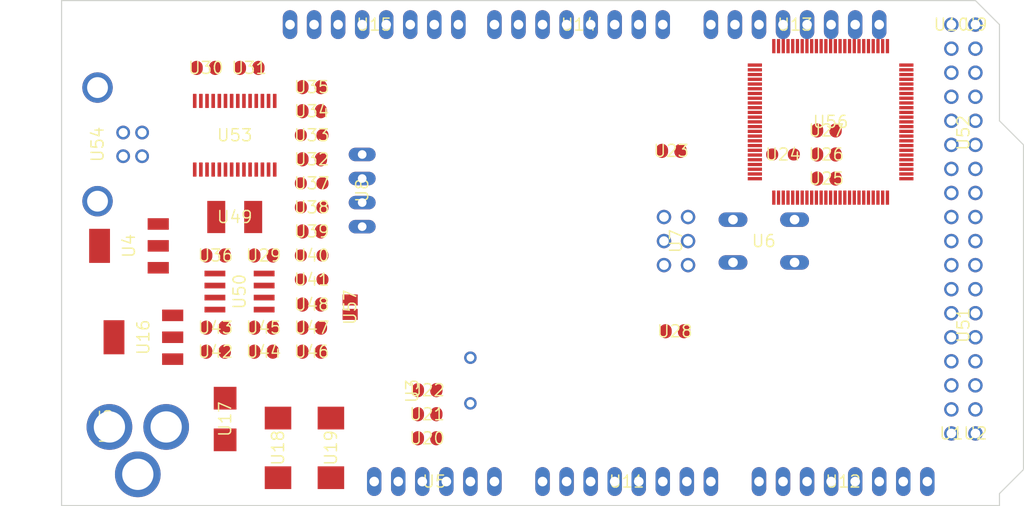
<source format=kicad_pcb>
(kicad_pcb (version 20221018) (generator pcbnew)
  (layers (0 "F.Cu" signal "Top") (31 "B.Cu" signal "Bottom") (34 "B.Paste" user) (35 "F.Paste" user) (36 "B.SilkS" user "B.Silkscreen") (37 "F.SilkS" user "F.Silkscreen") (38 "B.Mask" user) (39 "F.Mask" user) (44 "Edge.Cuts" user))
  (net 0 "")
  (net 1 "+5V")
  (net 2 "GND")
  (net 3 "N$6")
  (net 4 "N$7")
  (net 5 "AREF")
  (net 6 "RESET")
  (net 7 "VIN")
  (net 8 "N$3")
  (net 9 "PWRIN")
  (net 10 "M8RXD")
  (net 11 "M8TXD")
  (net 12 "ADC0")
  (net 13 "ADC2")
  (net 14 "ADC1")
  (net 15 "ADC3")
  (net 16 "ADC4")
  (net 17 "ADC5")
  (net 18 "ADC6")
  (net 19 "ADC7")
  (net 20 "+3V3")
  (net 21 "SDA")
  (net 22 "SCL")
  (net 23 "ADC9")
  (net 24 "ADC8")
  (net 25 "ADC10")
  (net 26 "ADC11")
  (net 27 "ADC12")
  (net 28 "ADC13")
  (net 29 "ADC14")
  (net 30 "ADC15")
  (net 31 "PB3")
  (net 32 "PB2")
  (net 33 "PB1")
  (net 34 "PB5")
  (net 35 "PB4")
  (net 36 "PE5")
  (net 37 "PE4")
  (net 38 "PE3")
  (net 39 "PE1")
  (net 40 "PE0")
  (net 41 "N$15")
  (net 42 "N$53")
  (net 43 "N$54")
  (net 44 "N$55")
  (net 45 "D-")
  (net 46 "D+")
  (net 47 "N$60")
  (net 48 "DTR")
  (net 49 "USBVCC")
  (net 50 "N$2")
  (net 51 "N$4")
  (net 52 "GATE_CMD")
  (net 53 "CMP")
  (net 54 "PB6")
  (net 55 "PH3")
  (net 56 "PH4")
  (net 57 "PH5")
  (net 58 "PH6")
  (net 59 "PG5")
  (net 60 "RXD1")
  (net 61 "TXD1")
  (net 62 "RXD2")
  (net 63 "RXD3")
  (net 64 "TXD2")
  (net 65 "TXD3")
  (net 66 "PC0")
  (net 67 "PC1")
  (net 68 "PC2")
  (net 69 "PC3")
  (net 70 "PC4")
  (net 71 "PC5")
  (net 72 "PC6")
  (net 73 "PC7")
  (net 74 "PB0")
  (net 75 "PG0")
  (net 76 "PG1")
  (net 77 "PG2")
  (net 78 "PD7")
  (net 79 "PA0")
  (net 80 "PA1")
  (net 81 "PA2")
  (net 82 "PA3")
  (net 83 "PA4")
  (net 84 "PA5")
  (net 85 "PA6")
  (net 86 "PA7")
  (net 87 "PL0")
  (net 88 "PL1")
  (net 89 "PL2")
  (net 90 "PL3")
  (net 91 "PL4")
  (net 92 "PL5")
  (net 93 "PL6")
  (net 94 "PL7")
  (net 95 "PB7")
  (net 96 "CTS")
  (net 97 "DSR")
  (net 98 "DCD")
  (net 99 "RI")
  (footprint "Arduino_MEGA_Reference_Design:2X03" (layer "F.Cu") (at 162.5981 103.7336 -90)
    (fp_text reference "U7")
    (fp_text value "")
  )
  (footprint "Arduino_MEGA_Reference_Design:1X08" (layer "F.Cu") (at 152.3111 80.8736 180)
    (fp_text reference "U14")
    (fp_text value "")
  )
  (footprint "Arduino_MEGA_Reference_Design:1X08" (layer "F.Cu") (at 130.7211 80.8736 180)
    (fp_text reference "U15")
    (fp_text value "")
  )
  (footprint "Arduino_MEGA_Reference_Design:SMC_D" (layer "F.Cu") (at 120.5611 125.5776 -90)
    (fp_text reference "U18")
    (fp_text value "")
  )
  (footprint "Arduino_MEGA_Reference_Design:SMC_D" (layer "F.Cu") (at 126.1491 125.5776 -90)
    (fp_text reference "U19")
    (fp_text value "")
  )
  (footprint "Arduino_MEGA_Reference_Design:B3F-10XX" (layer "F.Cu") (at 171.8691 103.7336 180)
    (fp_text reference "U6")
    (fp_text value "")
  )
  (footprint "Arduino_MEGA_Reference_Design:0805RND" (layer "F.Cu") (at 173.9011 94.5896 180)
    (fp_text reference "U24")
    (fp_text value "")
  )
  (footprint "Arduino_MEGA_Reference_Design:SMB" (layer "F.Cu") (at 114.9731 122.5296 -90)
    (fp_text reference "U17")
    (fp_text value "")
  )
  (footprint "Arduino_MEGA_Reference_Design:DC-21MM" (layer "F.Cu") (at 103.0351 123.2916 90)
    (fp_text reference "U55")
    (fp_text value "")
  )
  (footprint "Arduino_MEGA_Reference_Design:HC49_S" (layer "F.Cu") (at 140.8811 118.4656 90)
    (fp_text reference "U3")
    (fp_text value "")
  )
  (footprint "Arduino_MEGA_Reference_Design:SOT223" (layer "F.Cu") (at 106.3371 113.8936 90)
    (fp_text reference "U16")
    (fp_text value "")
  )
  (footprint "Arduino_MEGA_Reference_Design:1X06" (layer "F.Cu") (at 137.0711 129.1336)
    (fp_text reference "U5")
    (fp_text value "")
  )
  (footprint "Arduino_MEGA_Reference_Design:C0805RND" (layer "F.Cu") (at 124.1171 87.4776)
    (fp_text reference "U35")
    (fp_text value "")
  )
  (footprint "Arduino_MEGA_Reference_Design:C0805RND" (layer "F.Cu") (at 162.4711 113.2586)
    (fp_text reference "U28")
    (fp_text value "")
  )
  (footprint "Arduino_MEGA_Reference_Design:C0805RND" (layer "F.Cu") (at 136.3091 122.0216)
    (fp_text reference "U21")
    (fp_text value "")
  )
  (footprint "Arduino_MEGA_Reference_Design:C0805RND" (layer "F.Cu") (at 136.3091 119.4816)
    (fp_text reference "U22")
    (fp_text value "")
  )
  (footprint "Arduino_MEGA_Reference_Design:C0805RND" (layer "F.Cu") (at 113.9571 112.8776)
    (fp_text reference "U43")
    (fp_text value "")
  )
  (footprint "Arduino_MEGA_Reference_Design:RCL_0805RND" (layer "F.Cu") (at 124.1171 105.2576)
    (fp_text reference "U40")
    (fp_text value "")
  )
  (footprint "Arduino_MEGA_Reference_Design:RCL_0805RND" (layer "F.Cu") (at 124.1171 107.7976)
    (fp_text reference "U41")
    (fp_text value "")
  )
  (footprint "Arduino_MEGA_Reference_Design:1X08" (layer "F.Cu") (at 157.3911 129.1336)
    (fp_text reference "U11")
    (fp_text value "")
  )
  (footprint "Arduino_MEGA_Reference_Design:1X08" (layer "F.Cu") (at 175.1711 80.8736 180)
    (fp_text reference "U13")
    (fp_text value "")
  )
  (footprint "Arduino_MEGA_Reference_Design:R0805RND" (layer "F.Cu") (at 178.4731 94.5896 180)
    (fp_text reference "U26")
    (fp_text value "")
  )
  (footprint "Arduino_MEGA_Reference_Design:R0805RND" (layer "F.Cu") (at 178.4731 92.0496 180)
    (fp_text reference "U27")
    (fp_text value "")
  )
  (footprint "Arduino_MEGA_Reference_Design:TQFP100" (layer "F.Cu") (at 178.92559814453125 91.14759826660156 0)
    (fp_text reference "U56")
    (fp_text value "")
  )
  (footprint "Arduino_MEGA_Reference_Design:C0805RND" (layer "F.Cu") (at 162.0901 94.2086 180)
    (fp_text reference "U23")
    (fp_text value "")
  )
  (footprint "Arduino_MEGA_Reference_Design:C0805RND" (layer "F.Cu") (at 136.3091 124.5616)
    (fp_text reference "U20")
    (fp_text value "")
  )
  (footprint "Arduino_MEGA_Reference_Design:1X08" (layer "F.Cu") (at 180.2511 129.1336)
    (fp_text reference "U12")
    (fp_text value "")
  )
  (footprint "Arduino_MEGA_Reference_Design:R0805RND" (layer "F.Cu") (at 124.1171 112.8776)
    (fp_text reference "U47")
    (fp_text value "")
  )
  (footprint "Arduino_MEGA_Reference_Design:C0805RND" (layer "F.Cu") (at 124.1171 115.4176)
    (fp_text reference "U46")
    (fp_text value "")
  )
  (footprint "Arduino_MEGA_Reference_Design:C0805RND" (layer "F.Cu") (at 113.9571 105.2576)
    (fp_text reference "U36")
    (fp_text value "")
  )
  (footprint "Arduino_MEGA_Reference_Design:C0805RND" (layer "F.Cu") (at 112.9411 85.4456)
    (fp_text reference "U30")
    (fp_text value "")
  )
  (footprint "Arduino_MEGA_Reference_Design:0805RND" (layer "F.Cu") (at 124.1171 100.1776 180)
    (fp_text reference "U38")
    (fp_text value "")
  )
  (footprint "Arduino_MEGA_Reference_Design:0805RND" (layer "F.Cu") (at 124.1171 97.6376 180)
    (fp_text reference "U37")
    (fp_text value "")
  )
  (footprint "Arduino_MEGA_Reference_Design:R0805RND" (layer "F.Cu") (at 124.1171 95.0976)
    (fp_text reference "U32")
    (fp_text value "")
  )
  (footprint "Arduino_MEGA_Reference_Design:R0805RND" (layer "F.Cu") (at 124.1171 102.7176)
    (fp_text reference "U39")
    (fp_text value "")
  )
  (footprint "Arduino_MEGA_Reference_Design:SSOP28" (layer "F.Cu") (at 115.9891 92.5576)
    (fp_text reference "U53")
    (fp_text value "")
  )
  (footprint "Arduino_MEGA_Reference_Design:PN61729" (layer "F.Cu") (at 98.9584 93.5228 -90)
    (fp_text reference "U54")
    (fp_text value "")
  )
  (footprint "Arduino_MEGA_Reference_Design:L1812" (layer "F.Cu") (at 115.9891 101.1936)
    (fp_text reference "U49")
    (fp_text value "")
  )
  (footprint "Arduino_MEGA_Reference_Design:C0805RND" (layer "F.Cu") (at 117.5131 85.4456)
    (fp_text reference "U31")
    (fp_text value "")
  )
  (footprint "Arduino_MEGA_Reference_Design:0805RND" (layer "F.Cu") (at 124.1171 92.5576 180)
    (fp_text reference "U33")
    (fp_text value "")
  )
  (footprint "Arduino_MEGA_Reference_Design:R0805RND" (layer "F.Cu") (at 124.1171 90.0176 180)
    (fp_text reference "U34")
    (fp_text value "")
  )
  (footprint "Arduino_MEGA_Reference_Design:C0805RND" (layer "F.Cu") (at 124.1171 110.4392 180)
    (fp_text reference "U48")
    (fp_text value "")
  )
  (footprint "Arduino_MEGA_Reference_Design:SOT223" (layer "F.Cu") (at 104.8131 104.2416 90)
    (fp_text reference "U4")
    (fp_text value "")
  )
  (footprint "Arduino_MEGA_Reference_Design:SO08" (layer "F.Cu") (at 116.4971 109.0676 -90)
    (fp_text reference "U50")
    (fp_text value "")
  )
  (footprint "Arduino_MEGA_Reference_Design:R0805RND" (layer "F.Cu") (at 113.9571 115.4176 180)
    (fp_text reference "U42")
    (fp_text value "")
  )
  (footprint "Arduino_MEGA_Reference_Design:R0805RND" (layer "F.Cu") (at 119.0371 112.8776 180)
    (fp_text reference "U45")
    (fp_text value "")
  )
  (footprint "Arduino_MEGA_Reference_Design:C0805RND" (layer "F.Cu") (at 119.0371 115.4176 180)
    (fp_text reference "U44")
    (fp_text value "")
  )
  (footprint "Arduino_MEGA_Reference_Design:C0805RND" (layer "F.Cu") (at 119.0371 105.2576)
    (fp_text reference "U29")
    (fp_text value "")
  )
  (footprint "Arduino_MEGA_Reference_Design:2X08" (layer "F.Cu") (at 192.9511 92.3036 90)
    (fp_text reference "U52")
    (fp_text value "")
  )
  (footprint "Arduino_MEGA_Reference_Design:2X08" (layer "F.Cu") (at 192.9511 112.6236 90)
    (fp_text reference "U51")
    (fp_text value "")
  )
  (footprint "Arduino_MEGA_Reference_Design:R0805RND" (layer "F.Cu") (at 178.4731 97.1296 180)
    (fp_text reference "U25")
    (fp_text value "")
  )
  (footprint "Arduino_MEGA_Reference_Design:1X01" (layer "F.Cu") (at 191.6811 80.8736)
    (fp_text reference "U10")
    (fp_text value "")
  )
  (footprint "Arduino_MEGA_Reference_Design:1X01" (layer "F.Cu") (at 194.2211 80.8736)
    (fp_text reference "U9")
    (fp_text value "")
  )
  (footprint "Arduino_MEGA_Reference_Design:1X01" (layer "F.Cu") (at 191.6811 124.0536)
    (fp_text reference "U1")
    (fp_text value "")
  )
  (footprint "Arduino_MEGA_Reference_Design:1X01" (layer "F.Cu") (at 194.2211 124.0536)
    (fp_text reference "U2")
    (fp_text value "")
  )
  (footprint "Arduino_MEGA_Reference_Design:SJ" (layer "F.Cu") (at 128.1811 110.7186 -90)
    (fp_text reference "U57")
    (fp_text value "")
  )
  (footprint "Arduino_MEGA_Reference_Design:JP4" (layer "F.Cu") (at 129.4511 98.3996 -90)
    (fp_text reference "U8")
    (fp_text value "")
  )
  (gr_line (start 196.7611 80.8736) (end 196.7611 91.0336) (layer "Edge.Cuts") (width 0.12))
  (gr_line (start 196.7611 130.4036) (end 196.7611 131.6736) (layer "Edge.Cuts") (width 0.12))
  (gr_line (start 194.2211 78.3336) (end 196.7611 80.8736) (layer "Edge.Cuts") (width 0.12))
  (gr_line (start 97.7011 78.3336) (end 194.2211 78.3336) (layer "Edge.Cuts") (width 0.12))
  (gr_line (start 196.7611 91.0336) (end 199.3011 93.5736) (layer "Edge.Cuts") (width 0.12))
  (gr_line (start 97.7011 131.6736) (end 97.7011 78.3336) (layer "Edge.Cuts") (width 0.12))
  (gr_line (start 196.7611 131.6736) (end 97.7011 131.6736) (layer "Edge.Cuts") (width 0.12))
  (gr_line (start 199.3011 93.5736) (end 199.3011 127.8636) (layer "Edge.Cuts") (width 0.12))
  (gr_line (start 199.3011 127.8636) (end 196.7611 130.4036) (layer "Edge.Cuts") (width 0.12))
)
</source>
